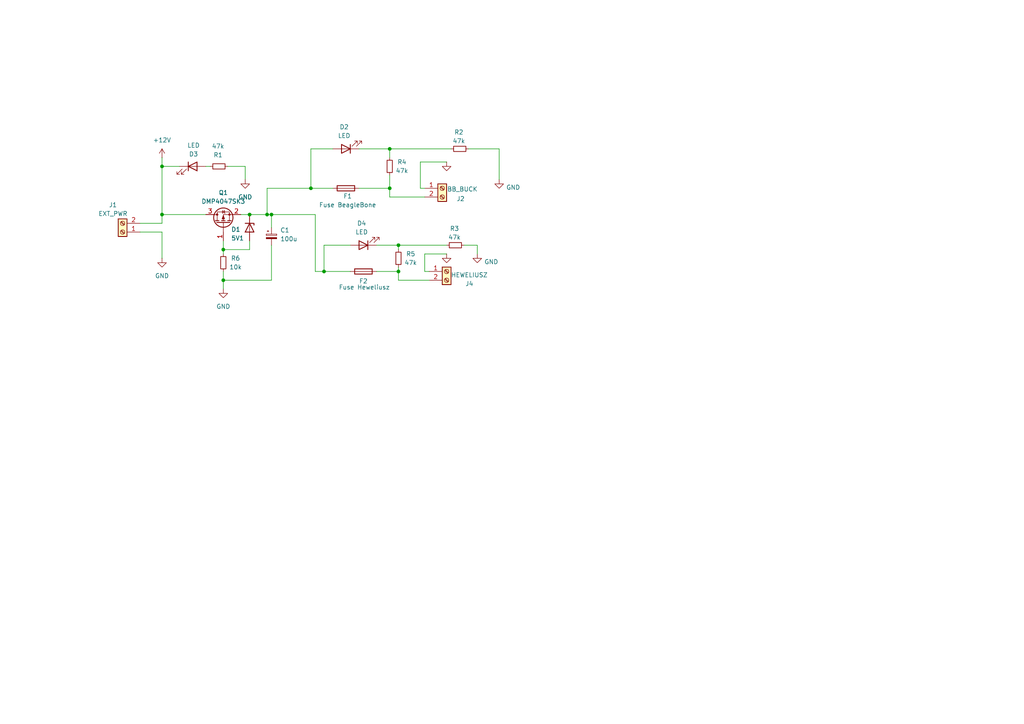
<source format=kicad_sch>
(kicad_sch (version 20231120) (generator "eeschema") (generator_version "8.0")
  (paper "A4")
  (lib_symbols
    (symbol "Connector:Screw_Terminal_01x02" (pin_names (offset 1.016) hide)
      (property "Reference" "J" (at 0 2.54 0))
      (property "Value" "Screw_Terminal_01x02" (at 0 -5.08 0))
      (symbol "Screw_Terminal_01x02_1_1"
        (rectangle (start -1.27 1.27) (end 1.27 -3.81) (stroke (width 0.254)) (fill (type background)))
        (circle (center 0 -2.54) (radius 0.635) (stroke (width 0.1524)))
        (polyline (pts (xy -0.5334 -2.2098) (xy 0.3302 -3.048)) (stroke (width 0.1524)))
        (polyline (pts (xy -0.5334 0.3302) (xy 0.3302 -0.508)) (stroke (width 0.1524)))
        (polyline (pts (xy -0.3556 -2.032) (xy 0.508 -2.8702)) (stroke (width 0.1524)))
        (polyline (pts (xy -0.3556 0.508) (xy 0.508 -0.3302)) (stroke (width 0.1524)))
        (circle (center 0 0) (radius 0.635) (stroke (width 0.1524)))
        (pin passive line (at -5.08 0 0) (length 3.81) (name "Pin_1") (number "1"))
        (pin passive line (at -5.08 -2.54 0) (length 3.81) (name "Pin_2") (number "2"))
      )
    )
    (symbol "Device:C_Polarized_Small" (pin_numbers hide) (pin_names (offset 0.254) hide)
      (property "Reference" "C" (at 0.254 1.778 0))
      (property "Value" "C_Polarized_Small" (at 0.254 -2.032 0))
      (symbol "C_Polarized_Small_0_1"
        (rectangle (start -1.524 -0.3048) (end 1.524 -0.6858) (fill (type outline)))
        (rectangle (start -1.524 0.6858) (end 1.524 0.3048))
        (polyline (pts (xy -1.27 1.524) (xy -0.762 1.524)))
        (polyline (pts (xy -1.016 1.27) (xy -1.016 1.778)))
      )
      (symbol "C_Polarized_Small_1_1"
        (pin passive line (at 0 2.54 270) (length 1.8542) (name "~") (number "1"))
        (pin passive line (at 0 -2.54 90) (length 1.8542) (name "~") (number "2"))
      )
    )
    (symbol "Device:D_Zener" (pin_numbers hide) (pin_names (offset 1.016) hide)
      (property "Reference" "D" (at 0 2.54 0))
      (property "Value" "D_Zener" (at 0 -2.54 0))
      (symbol "D_Zener_0_1"
        (polyline (pts (xy 1.27 0) (xy -1.27 0)))
        (polyline (pts (xy -1.27 -1.27) (xy -1.27 1.27) (xy -0.762 1.27)) (stroke (width 0.254)))
        (polyline (pts (xy 1.27 -1.27) (xy 1.27 1.27) (xy -1.27 0) (xy 1.27 -1.27)) (stroke (width 0.254)))
      )
      (symbol "D_Zener_1_1"
        (pin passive line (at -3.81 0 0) (length 2.54) (name "K") (number "1"))
        (pin passive line (at 3.81 0 180) (length 2.54) (name "A") (number "2"))
      )
    )
    (symbol "Device:Fuse" (pin_numbers hide) (pin_names (offset 0))
      (property "Reference" "F" (at 2.032 0 90))
      (property "Value" "Fuse" (at -1.905 0 90))
      (symbol "Fuse_0_1"
        (rectangle (start -0.762 -2.54) (end 0.762 2.54) (stroke (width 0.254)))
        (polyline (pts (xy 0 2.54) (xy 0 -2.54)))
      )
      (symbol "Fuse_1_1"
        (pin passive line (at 0 3.81 270) (length 1.27) (name "~") (number "1"))
        (pin passive line (at 0 -3.81 90) (length 1.27) (name "~") (number "2"))
      )
    )
    (symbol "Device:LED" (pin_numbers hide) (pin_names (offset 1.016) hide)
      (property "Reference" "D" (at 0 2.54 0))
      (property "Value" "LED" (at 0 -2.54 0))
      (symbol "LED_0_1"
        (polyline (pts (xy -1.27 -1.27) (xy -1.27 1.27)) (stroke (width 0.254)))
        (polyline (pts (xy -1.27 0) (xy 1.27 0)))
        (polyline (pts (xy 1.27 -1.27) (xy 1.27 1.27) (xy -1.27 0) (xy 1.27 -1.27)) (stroke (width 0.254)))
        (polyline (pts (xy -3.048 -0.762) (xy -4.572 -2.286) (xy -3.81 -2.286) (xy -4.572 -2.286) (xy -4.572 -1.524)))
        (polyline (pts (xy -1.778 -0.762) (xy -3.302 -2.286) (xy -2.54 -2.286) (xy -3.302 -2.286) (xy -3.302 -1.524)))
      )
      (symbol "LED_1_1"
        (pin passive line (at -3.81 0 0) (length 2.54) (name "K") (number "1"))
        (pin passive line (at 3.81 0 180) (length 2.54) (name "A") (number "2"))
      )
    )
    (symbol "Device:Q_PMOS_GSD" (pin_names (offset 0) hide)
      (property "Reference" "Q" (at 5.08 1.27 0))
      (property "Value" "Q_PMOS_GSD" (at 5.08 -1.27 0))
      (symbol "Q_PMOS_GSD_0_1"
        (polyline (pts (xy 0.254 0) (xy -2.54 0)))
        (polyline (pts (xy 0.254 1.905) (xy 0.254 -1.905)) (stroke (width 0.254)))
        (polyline (pts (xy 0.762 -1.27) (xy 0.762 -2.286)) (stroke (width 0.254)))
        (polyline (pts (xy 0.762 0.508) (xy 0.762 -0.508)) (stroke (width 0.254)))
        (polyline (pts (xy 0.762 2.286) (xy 0.762 1.27)) (stroke (width 0.254)))
        (polyline (pts (xy 2.54 2.54) (xy 2.54 1.778)))
        (polyline (pts (xy 2.54 -2.54) (xy 2.54 0) (xy 0.762 0)))
        (polyline (pts (xy 0.762 1.778) (xy 3.302 1.778) (xy 3.302 -1.778) (xy 0.762 -1.778)))
        (polyline (pts (xy 2.286 0) (xy 1.27 0.381) (xy 1.27 -0.381) (xy 2.286 0)) (fill (type outline)))
        (polyline (pts (xy 2.794 -0.508) (xy 2.921 -0.381) (xy 3.683 -0.381) (xy 3.81 -0.254)))
        (polyline (pts (xy 3.302 -0.381) (xy 2.921 0.254) (xy 3.683 0.254) (xy 3.302 -0.381)))
        (circle (center 1.651 0) (radius 2.794) (stroke (width 0.254)))
        (circle (center 2.54 -1.778) (radius 0.254) (fill (type outline)))
        (circle (center 2.54 1.778) (radius 0.254) (fill (type outline)))
      )
      (symbol "Q_PMOS_GSD_1_1"
        (pin input line (at -5.08 0 0) (length 2.54) (name "G") (number "1"))
        (pin passive line (at 2.54 -5.08 90) (length 2.54) (name "S") (number "2"))
        (pin passive line (at 2.54 5.08 270) (length 2.54) (name "D") (number "3"))
      )
    )
    (symbol "Device:R_Small" (pin_numbers hide) (pin_names (offset 0.254) hide)
      (property "Reference" "R" (at 0.762 0.508 0))
      (property "Value" "R_Small" (at 0.762 -1.016 0))
      (symbol "R_Small_0_1"
        (rectangle (start -0.762 1.778) (end 0.762 -1.778) (stroke (width 0.2032)))
      )
      (symbol "R_Small_1_1"
        (pin passive line (at 0 2.54 270) (length 0.762) (name "~") (number "1"))
        (pin passive line (at 0 -2.54 90) (length 0.762) (name "~") (number "2"))
      )
    )
    (symbol "power:+12V" (power) (pin_numbers hide) (pin_names (offset 0) hide)
      (property "Value" "+12V" (at 0 3.556 0))
      (symbol "+12V_0_1"
        (polyline (pts (xy -0.762 1.27) (xy 0 2.54)))
        (polyline (pts (xy 0 0) (xy 0 2.54)))
        (polyline (pts (xy 0 2.54) (xy 0.762 1.27)))
      )
      (symbol "+12V_1_1"
        (pin power_in line (at 0 0 90) (length 0) (name "~") (number "1"))
      )
    )
    (symbol "power:GND" (power) (pin_numbers hide) (pin_names (offset 0) hide)
      (property "Value" "GND" (at 0 -3.81 0))
      (symbol "GND_0_1"
        (polyline (pts (xy 0 0) (xy 0 -1.27) (xy 1.27 -1.27) (xy 0 -2.54) (xy -1.27 -1.27) (xy 0 -1.27)))
      )
      (symbol "GND_1_1"
        (pin power_in line (at 0 0 270) (length 0) (name "~") (number "1"))
      )
    )
  )
  (junction (at 93.98 78.74))
  (junction (at 72.39 62.23))
  (junction (at 78.74 62.23))
  (junction (at 113.03 54.61))
  (junction (at 90.17 54.61))
  (junction (at 46.99 62.23))
  (junction (at 115.57 71.12))
  (junction (at 113.03 43.18))
  (junction (at 77.47 62.23))
  (junction (at 64.77 72.39))
  (junction (at 115.57 78.74))
  (junction (at 46.99 48.26))
  (junction (at 64.77 81.28))
  (wire (pts (xy 46.99 62.23) (xy 59.69 62.23)))
  (wire (pts (xy 77.47 54.61) (xy 77.47 62.23)))
  (wire (pts (xy 64.77 72.39) (xy 72.39 72.39)))
  (wire (pts (xy 46.99 48.26) (xy 52.07 48.26)))
  (wire (pts (xy 113.03 57.15) (xy 113.03 54.61)))
  (wire (pts (xy 109.22 71.12) (xy 115.57 71.12)))
  (wire (pts (xy 66.04 48.26) (xy 71.12 48.26)))
  (wire (pts (xy 134.62 71.12) (xy 138.43 71.12)))
  (wire (pts (xy 64.77 69.85) (xy 64.77 72.39)))
  (wire (pts (xy 121.92 54.61) (xy 123.19 54.61)))
  (wire (pts (xy 93.98 78.74) (xy 101.6 78.74)))
  (wire (pts (xy 104.14 43.18) (xy 113.03 43.18)))
  (wire (pts (xy 144.78 43.18) (xy 144.78 52.07)))
  (wire (pts (xy 77.47 62.23) (xy 72.39 62.23)))
  (wire (pts (xy 78.74 66.04) (xy 78.74 62.23)))
  (wire (pts (xy 115.57 71.12) (xy 129.54 71.12)))
  (wire (pts (xy 91.44 62.23) (xy 91.44 78.74)))
  (wire (pts (xy 104.14 54.61) (xy 113.03 54.61)))
  (wire (pts (xy 64.77 72.39) (xy 64.77 73.66)))
  (wire (pts (xy 109.22 78.74) (xy 115.57 78.74)))
  (wire (pts (xy 71.12 48.26) (xy 71.12 52.07)))
  (wire (pts (xy 40.64 64.77) (xy 46.99 64.77)))
  (wire (pts (xy 115.57 77.47) (xy 115.57 78.74)))
  (wire (pts (xy 129.54 73.66) (xy 123.19 73.66)))
  (wire (pts (xy 72.39 62.23) (xy 69.85 62.23)))
  (wire (pts (xy 123.19 57.15) (xy 113.03 57.15)))
  (wire (pts (xy 129.54 46.99) (xy 121.92 46.99)))
  (wire (pts (xy 135.89 43.18) (xy 144.78 43.18)))
  (wire (pts (xy 91.44 78.74) (xy 93.98 78.74)))
  (wire (pts (xy 123.19 73.66) (xy 123.19 78.74)))
  (wire (pts (xy 138.43 71.12) (xy 138.43 73.66)))
  (wire (pts (xy 121.92 46.99) (xy 121.92 54.61)))
  (wire (pts (xy 46.99 48.26) (xy 46.99 45.72)))
  (wire (pts (xy 113.03 43.18) (xy 113.03 45.72)))
  (wire (pts (xy 46.99 67.31) (xy 46.99 74.93)))
  (wire (pts (xy 96.52 43.18) (xy 90.17 43.18)))
  (wire (pts (xy 64.77 81.28) (xy 64.77 83.82)))
  (wire (pts (xy 77.47 54.61) (xy 90.17 54.61)))
  (wire (pts (xy 130.81 43.18) (xy 113.03 43.18)))
  (wire (pts (xy 77.47 62.23) (xy 78.74 62.23)))
  (wire (pts (xy 93.98 71.12) (xy 93.98 78.74)))
  (wire (pts (xy 123.19 78.74) (xy 124.46 78.74)))
  (wire (pts (xy 115.57 81.28) (xy 115.57 78.74)))
  (wire (pts (xy 59.69 48.26) (xy 60.96 48.26)))
  (wire (pts (xy 78.74 71.12) (xy 78.74 81.28)))
  (wire (pts (xy 90.17 43.18) (xy 90.17 54.61)))
  (wire (pts (xy 46.99 62.23) (xy 46.99 48.26)))
  (wire (pts (xy 115.57 71.12) (xy 115.57 72.39)))
  (wire (pts (xy 72.39 69.85) (xy 72.39 72.39)))
  (wire (pts (xy 64.77 78.74) (xy 64.77 81.28)))
  (wire (pts (xy 46.99 64.77) (xy 46.99 62.23)))
  (wire (pts (xy 124.46 81.28) (xy 115.57 81.28)))
  (wire (pts (xy 101.6 71.12) (xy 93.98 71.12)))
  (wire (pts (xy 78.74 81.28) (xy 64.77 81.28)))
  (wire (pts (xy 78.74 62.23) (xy 91.44 62.23)))
  (wire (pts (xy 40.64 67.31) (xy 46.99 67.31)))
  (wire (pts (xy 90.17 54.61) (xy 96.52 54.61)))
  (wire (pts (xy 113.03 50.8) (xy 113.03 54.61)))
  (symbol (lib_id "power:GND") (at 144.78 52.07 0) (unit 1)
    (property "Reference" "#PWR06" (effects (hide yes)))
    (property "Value" "GND" (at 148.844 54.356 0))
    (property "Description" "Power symbol creates a global label with name \"GND\" , ground" (effects (hide yes)))
  )
  (symbol (lib_id "Device:Q_PMOS_GSD") (at 64.77 64.77 90) (unit 1)
    (property "Reference" "Q1" (at 64.77 55.88 90))
    (property "Value" "DMP4047SK3" (at 64.77 58.42 90))
    (property "Footprint" "Package_TO_SOT_SMD:TO-252-2" (effects (hide yes)))
    (property "Description" "P-MOSFET transistor, gate/source/drain" (effects (hide yes)))
  )
  (symbol (lib_id "Connector:Screw_Terminal_01x02") (at 129.54 78.74 0) (unit 1)
    (property "Reference" "J4" (at 136.144 82.296 0))
    (property "Value" "HEWELIUSZ" (at 136.144 79.756 0))
    (property "Footprint" "TerminalBlock:TerminalBlock_bornier-2_P5.08mm" (effects (hide yes)))
    (property "Description" "Generic screw terminal, single row, 01x02, script generated (kicad-library-utils/schlib/autogen/connector/)" (effects (hide yes)))
  )
  (symbol (lib_id "power:+12V") (at 46.99 45.72 0) (unit 1)
    (property "Reference" "#PWR01" (effects (hide yes)))
    (property "Value" "+12V" (at 46.99 40.64 0))
    (property "Description" "Power symbol creates a global label with name \"+12V\"" (effects (hide yes)))
  )
  (symbol (lib_id "power:GND") (at 64.77 83.82 0) (unit 1)
    (property "Reference" "#PWR08" (effects (hide yes)))
    (property "Value" "GND" (at 64.77 88.9 0))
    (property "Description" "Power symbol creates a global label with name \"GND\" , ground" (effects (hide yes)))
  )
  (symbol (lib_id "Device:R_Small") (at 64.77 76.2 180) (unit 1)
    (property "Reference" "R6" (at 68.326 74.93 0))
    (property "Value" "10k" (at 68.326 77.47 0))
    (property "Footprint" "Resistor_SMD:R_0603_1608Metric_Pad0.98x0.95mm_HandSolder" (effects (hide yes)))
    (property "Description" "Resistor, small symbol" (effects (hide yes)))
  )
  (symbol (lib_id "power:GND") (at 129.54 73.66 0) (unit 1)
    (property "Reference" "#PWR03" (effects (hide yes)))
    (property "Value" "GND" (effects (hide yes)))
    (property "Description" "Power symbol creates a global label with name \"GND\" , ground" (effects (hide yes)))
  )
  (symbol (lib_id "Device:R_Small") (at 132.08 71.12 90) (unit 1)
    (property "Reference" "R3" (at 131.826 66.294 90))
    (property "Value" "47k" (at 131.826 68.834 90))
    (property "Footprint" "Resistor_SMD:R_0603_1608Metric_Pad0.98x0.95mm_HandSolder" (effects (hide yes)))
    (property "Description" "Resistor, small symbol" (effects (hide yes)))
  )
  (symbol (lib_id "Device:Fuse") (at 100.33 54.61 90) (unit 1)
    (property "Reference" "F1" (at 100.838 56.896 90))
    (property "Value" "Fuse BeagleBone" (at 100.838 59.436 90))
    (property "Footprint" "Hewelisz:Hewelusz_fuse_holder" (effects (hide yes)))
    (property "Description" "Fuse" (effects (hide yes)))
  )
  (symbol (lib_id "Device:R_Small") (at 115.57 74.93 180) (unit 1)
    (property "Reference" "R5" (at 119.126 73.66 0))
    (property "Value" "47k" (at 119.126 76.2 0))
    (property "Footprint" "Resistor_SMD:R_0603_1608Metric_Pad0.98x0.95mm_HandSolder" (effects (hide yes)))
    (property "Description" "Resistor, small symbol" (effects (hide yes)))
  )
  (symbol (lib_id "Device:LED") (at 55.88 48.26 0) (unit 1)
    (property "Reference" "D3" (at 56.134 44.704 0))
    (property "Value" "LED" (at 56.134 42.164 0))
    (property "Footprint" "LED_THT:LED_D3.0mm" (effects (hide yes)))
    (property "Description" "Light emitting diode" (effects (hide yes)))
  )
  (symbol (lib_id "power:GND") (at 129.54 46.99 0) (unit 1)
    (property "Reference" "#PWR04" (effects (hide yes)))
    (property "Value" "GND" (effects (hide yes)))
    (property "Description" "Power symbol creates a global label with name \"GND\" , ground" (effects (hide yes)))
  )
  (symbol (lib_id "Device:LED") (at 105.41 71.12 180) (unit 1)
    (property "Reference" "D4" (at 104.902 64.77 0))
    (property "Value" "LED" (at 104.902 67.31 0))
    (property "Footprint" "LED_THT:LED_D3.0mm" (effects (hide yes)))
    (property "Description" "Light emitting diode" (effects (hide yes)))
  )
  (symbol (lib_id "Device:R_Small") (at 113.03 48.26 180) (unit 1)
    (property "Reference" "R4" (at 116.586 46.99 0))
    (property "Value" "47k" (at 116.586 49.53 0))
    (property "Footprint" "Resistor_SMD:R_0603_1608Metric_Pad0.98x0.95mm_HandSolder" (effects (hide yes)))
    (property "Description" "Resistor, small symbol" (effects (hide yes)))
  )
  (symbol (lib_id "Connector:Screw_Terminal_01x02") (at 35.56 67.31 180) (unit 1)
    (property "Reference" "J1" (at 32.766 59.436 0))
    (property "Value" "EXT_PWR" (at 32.766 61.976 0))
    (property "Footprint" "TerminalBlock:TerminalBlock_bornier-2_P5.08mm" (effects (hide yes)))
    (property "Description" "Generic screw terminal, single row, 01x02, script generated (kicad-library-utils/schlib/autogen/connector/)" (effects (hide yes)))
  )
  (symbol (lib_id "Device:R_Small") (at 63.5 48.26 270) (unit 1)
    (property "Reference" "R1" (at 63.246 44.958 90))
    (property "Value" "47k" (at 63.246 42.418 90))
    (property "Footprint" "Resistor_SMD:R_0603_1608Metric_Pad0.98x0.95mm_HandSolder" (effects (hide yes)))
    (property "Description" "Resistor, small symbol" (effects (hide yes)))
  )
  (symbol (lib_id "Device:D_Zener") (at 72.39 66.04 270) (unit 1)
    (property "Reference" "D1" (at 67.056 66.548 90) (effects (justify left)))
    (property "Value" "5V1" (at 67.056 69.088 90) (effects (justify left)))
    (property "Footprint" "Diode_SMD:D_MiniMELF" (effects (hide yes)))
    (property "Description" "Zener diode" (effects (hide yes)))
  )
  (symbol (lib_id "Device:Fuse") (at 105.41 78.74 90) (unit 1)
    (property "Reference" "F2" (at 105.41 81.534 90))
    (property "Value" "Fuse Heweliusz" (at 105.664 83.312 90))
    (property "Footprint" "Hewelisz:Hewelusz_fuse_holder" (effects (hide yes)))
    (property "Description" "Fuse" (effects (hide yes)))
  )
  (symbol (lib_id "Connector:Screw_Terminal_01x02") (at 128.27 54.61 0) (unit 1)
    (property "Reference" "J2" (at 133.604 57.658 0))
    (property "Value" "BB_BUCK" (at 134.112 54.864 0))
    (property "Footprint" "TerminalBlock:TerminalBlock_bornier-2_P5.08mm" (effects (hide yes)))
    (property "Description" "Generic screw terminal, single row, 01x02, script generated (kicad-library-utils/schlib/autogen/connector/)" (effects (hide yes)))
  )
  (symbol (lib_id "Device:R_Small") (at 133.35 43.18 90) (unit 1)
    (property "Reference" "R2" (at 133.096 38.354 90))
    (property "Value" "47k" (at 133.096 40.894 90))
    (property "Footprint" "Resistor_SMD:R_0603_1608Metric_Pad0.98x0.95mm_HandSolder" (effects (hide yes)))
    (property "Description" "Resistor, small symbol" (effects (hide yes)))
  )
  (symbol (lib_id "power:GND") (at 138.43 73.66 0) (unit 1)
    (property "Reference" "#PWR05" (effects (hide yes)))
    (property "Value" "GND" (at 142.494 75.946 0))
    (property "Description" "Power symbol creates a global label with name \"GND\" , ground" (effects (hide yes)))
  )
  (symbol (lib_id "power:GND") (at 71.12 52.07 0) (unit 1)
    (property "Reference" "#PWR07" (effects (hide yes)))
    (property "Value" "GND" (at 71.12 57.15 0))
    (property "Description" "Power symbol creates a global label with name \"GND\" , ground" (effects (hide yes)))
  )
  (symbol (lib_id "power:GND") (at 46.99 74.93 0) (unit 1)
    (property "Reference" "#PWR02" (effects (hide yes)))
    (property "Value" "GND" (at 46.99 80.01 0))
    (property "Description" "Power symbol creates a global label with name \"GND\" , ground" (effects (hide yes)))
  )
  (symbol (lib_id "Device:LED") (at 100.33 43.18 180) (unit 1)
    (property "Reference" "D2" (at 99.822 36.83 0))
    (property "Value" "LED" (at 99.822 39.37 0))
    (property "Footprint" "LED_THT:LED_D3.0mm" (effects (hide yes)))
    (property "Description" "Light emitting diode" (effects (hide yes)))
  )
  (symbol (lib_id "Device:C_Polarized_Small") (at 78.74 68.58 0) (unit 1)
    (property "Reference" "C1" (at 81.28 66.7638 0) (effects (justify left)))
    (property "Value" "100u" (at 81.28 69.3038 0) (effects (justify left)))
    (property "Footprint" "Capacitor_THT:CP_Radial_D6.3mm_P2.50mm" (effects (hide yes)))
    (property "Description" "Polarized capacitor, small symbol" (effects (hide yes)))
  )
)
</source>
